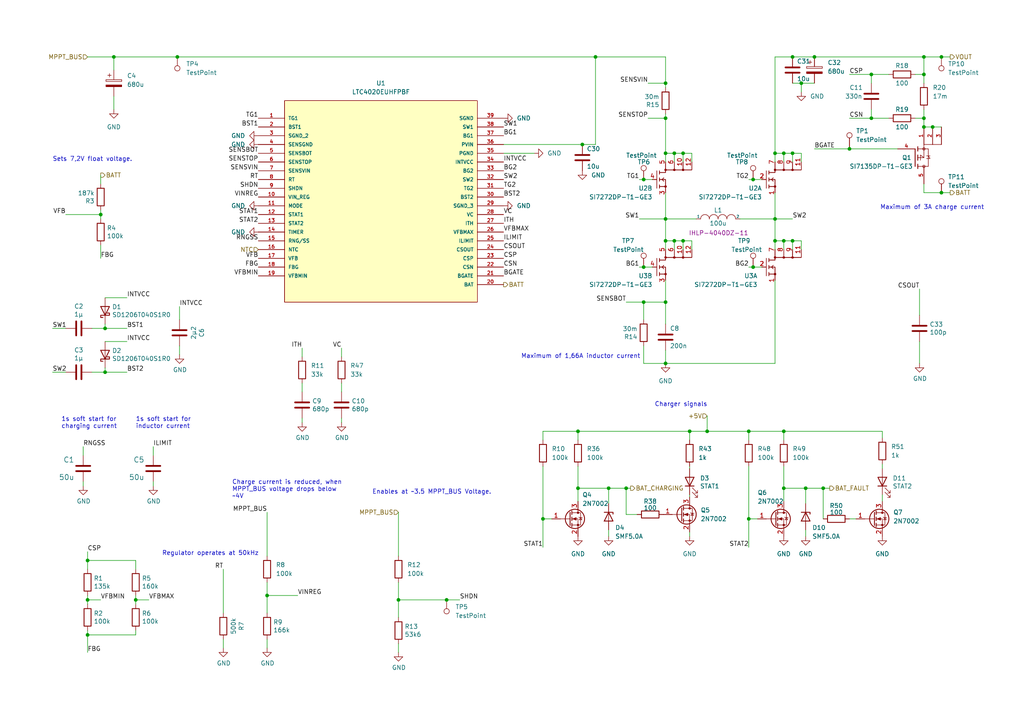
<source format=kicad_sch>
(kicad_sch (version 20211123) (generator eeschema)
  (paper "A4")
  (lib_symbols
    (symbol "Connector:TestPoint" (pin_numbers hide) (pin_names (offset 0.762) hide)
      (property "Reference" "TP" (at 0 6.858 0))
      (property "Value" "TestPoint" (at 0 5.08 0))
      (symbol "TestPoint_1_1"
        (pin passive line (at 0 0 90) (length 2.54) (name "1") (number "1"))
      )
    )
    (symbol "Device:C" (pin_numbers hide) (pin_names (offset 0.254))
      (property "Reference" "C" (at 0.635 2.54 0))
      (property "Value" "C" (at 0.635 -2.54 0))
      (symbol "C_1_1"
        (pin passive line (at 0 3.81 270) (length 2.794) (name "~") (number "1"))
        (pin passive line (at 0 -3.81 90) (length 2.794) (name "~") (number "2"))
      )
    )
    (symbol "Device:C_Polarized" (pin_numbers hide) (pin_names (offset 0.254))
      (property "Reference" "C" (at 0.635 2.54 0))
      (property "Value" "C_Polarized" (at 0.635 -2.54 0))
      (symbol "C_Polarized_1_1"
        (pin passive line (at 0 3.81 270) (length 2.794) (name "~") (number "1"))
        (pin passive line (at 0 -3.81 90) (length 2.794) (name "~") (number "2"))
      )
    )
    (symbol "Device:D_Schottky" (pin_numbers hide) (pin_names (offset 1.016) hide)
      (property "Reference" "D" (at 0 2.54 0))
      (property "Value" "D_Schottky" (at 0 -2.54 0))
      (symbol "D_Schottky_1_1"
        (pin passive line (at -3.81 0 0) (length 2.54) (name "K") (number "1"))
        (pin passive line (at 3.81 0 180) (length 2.54) (name "A") (number "2"))
      )
    )
    (symbol "Device:D_Zener" (pin_numbers hide) (pin_names (offset 1.016) hide)
      (property "Reference" "D" (at 0 2.54 0))
      (property "Value" "D_Zener" (at 0 -2.54 0))
      (symbol "D_Zener_1_1"
        (pin passive line (at -3.81 0 0) (length 2.54) (name "K") (number "1"))
        (pin passive line (at 3.81 0 180) (length 2.54) (name "A") (number "2"))
      )
    )
    (symbol "Device:LED" (pin_numbers hide) (pin_names (offset 1.016) hide)
      (property "Reference" "D" (at 0 2.54 0))
      (property "Value" "LED" (at 0 -2.54 0))
      (symbol "LED_1_1"
        (pin passive line (at -3.81 0 0) (length 2.54) (name "K") (number "1"))
        (pin passive line (at 3.81 0 180) (length 2.54) (name "A") (number "2"))
      )
    )
    (symbol "Device:R" (pin_numbers hide) (pin_names (offset 0))
      (property "Reference" "R" (at 2.032 0 90))
      (property "Value" "R" (at 0 0 90))
      (symbol "R_1_1"
        (pin passive line (at 0 3.81 270) (length 1.27) (name "~") (number "1"))
        (pin passive line (at 0 -3.81 90) (length 1.27) (name "~") (number "2"))
      )
    )
    (symbol "STS_Battery_Management:LTC4020EUHFPBF" (pin_names (offset 1.016))
      (property "Reference" "U" (at 30.8356 9.1186 0))
      (property "Value" "LTC4020EUHFPBF" (at 30.2006 6.5786 0))
      (symbol "LTC4020EUHFPBF_0_0"
        (pin output line (at 0 0 0) (length 7.62) (name "TG1") (number "1"))
        (pin input line (at 0 -22.86 0) (length 7.62) (name "VIN_REG") (number "10"))
        (pin passive line (at 0 -25.4 0) (length 7.62) (name "MODE") (number "11"))
        (pin output line (at 0 -27.94 0) (length 7.62) (name "STAT1") (number "12"))
        (pin output line (at 0 -30.48 0) (length 7.62) (name "STAT2") (number "13"))
        (pin passive line (at 0 -33.02 0) (length 7.62) (name "TIMER") (number "14"))
        (pin passive line (at 0 -35.56 0) (length 7.62) (name "RNG/SS") (number "15"))
        (pin passive line (at 0 -38.1 0) (length 7.62) (name "NTC") (number "16"))
        (pin passive line (at 0 -40.64 0) (length 7.62) (name "VFB") (number "17"))
        (pin passive line (at 0 -43.18 0) (length 7.62) (name "FBG") (number "18"))
        (pin output line (at 0 -45.72 0) (length 7.62) (name "VFBMIN") (number "19"))
        (pin passive line (at 0 -2.54 0) (length 7.62) (name "BST1") (number "2"))
        (pin passive line (at 71.12 -48.26 180) (length 7.62) (name "BAT") (number "20"))
        (pin output line (at 71.12 -45.72 180) (length 7.62) (name "BGATE") (number "21"))
        (pin input line (at 71.12 -43.18 180) (length 7.62) (name "CSN") (number "22"))
        (pin input line (at 71.12 -40.64 180) (length 7.62) (name "CSP") (number "23"))
        (pin output line (at 71.12 -38.1 180) (length 7.62) (name "CSOUT") (number "24"))
        (pin passive line (at 71.12 -35.56 180) (length 7.62) (name "ILIMIT") (number "25"))
        (pin output line (at 71.12 -33.02 180) (length 7.62) (name "VFBMAX") (number "26"))
        (pin passive line (at 71.12 -30.48 180) (length 7.62) (name "ITH") (number "27"))
        (pin passive line (at 71.12 -27.94 180) (length 7.62) (name "VC") (number "28"))
        (pin passive line (at 71.12 -25.4 180) (length 7.62) (name "SGND_3") (number "29"))
        (pin passive line (at 0 -5.08 0) (length 7.62) (name "SGND_2") (number "3"))
        (pin passive line (at 71.12 -22.86 180) (length 7.62) (name "BST2") (number "30"))
        (pin output line (at 71.12 -20.32 180) (length 7.62) (name "TG2") (number "31"))
        (pin passive line (at 71.12 -17.78 180) (length 7.62) (name "SW2") (number "32"))
        (pin output line (at 71.12 -15.24 180) (length 7.62) (name "BG2") (number "33"))
        (pin passive line (at 71.12 -12.7 180) (length 7.62) (name "INTVCC") (number "34"))
        (pin passive line (at 71.12 -10.16 180) (length 7.62) (name "PGND") (number "35"))
        (pin input line (at 71.12 -7.62 180) (length 7.62) (name "PVIN") (number "36"))
        (pin output line (at 71.12 -5.08 180) (length 7.62) (name "BG1") (number "37"))
        (pin passive line (at 71.12 -2.54 180) (length 7.62) (name "SW1") (number "38"))
        (pin passive line (at 71.12 0 180) (length 7.62) (name "SGND") (number "39"))
        (pin passive line (at 0 -7.62 0) (length 7.62) (name "SENSGND") (number "4"))
        (pin input line (at 0 -10.16 0) (length 7.62) (name "SENSBOT") (number "5"))
        (pin input line (at 0 -12.7 0) (length 7.62) (name "SENSTOP") (number "6"))
        (pin input line (at 0 -15.24 0) (length 7.62) (name "SENSVIN") (number "7"))
        (pin passive line (at 0 -17.78 0) (length 7.62) (name "RT") (number "8"))
        (pin input line (at 0 -20.32 0) (length 7.62) (name "SHDN") (number "9"))
      )
    )
    (symbol "STS_Transistor_FET:SI7135DP-T1-GE3" (pin_names (offset 1.016) hide)
      (property "Reference" "Q" (at -8.89 3.81 0))
      (property "Value" "SI7135DP-T1-GE3" (at -20.32 -1.27 0))
      (symbol "SI7135DP-T1-GE3_0_0"
        (pin passive line (at 2.54 8.89 270) (length 5.08) (name "~") (number "1"))
        (pin passive line (at 5.08 8.89 270) (length 5.08) (name "~") (number "2"))
        (pin passive line (at 7.62 8.89 270) (length 5.08) (name "~") (number "3"))
        (pin passive line (at -5.08 2.54 0) (length 5.08) (name "~") (number "4"))
        (pin passive line (at 2.54 -7.62 90) (length 5.08) (name "~") (number "5"))
      )
    )
    (symbol "STS_Transistor_FET:SI7272DP-T1-GE3" (pin_names hide)
      (property "Reference" "Q" (at -3.556 3.81 0))
      (property "Value" "SI7272DP-T1-GE3" (at 5.842 -3.048 0))
      (symbol "SI7272DP-T1-GE3_1_0"
        (pin passive line (at 3.81 -3.81 270) (length 0) (name "S1") (number "1"))
        (pin passive line (at 11.43 5.08 90) (length 0) (name "D1_4") (number "11"))
        (pin passive line (at 0 0 180) (length 0) (name "G1") (number "2"))
        (pin passive line (at 0 0 180) (length 0) (name "G1") (number "2"))
        (pin passive line (at 3.81 5.08 90) (length 0) (name "D1_1") (number "7"))
        (pin passive line (at 6.35 5.08 90) (length 0) (name "D1_2") (number "8"))
        (pin passive line (at 8.89 5.08 90) (length 0) (name "D1_3") (number "9"))
      )
      (symbol "SI7272DP-T1-GE3_2_0"
        (pin passive line (at 8.89 5.08 90) (length 0) (name "D2_3") (number "10"))
        (pin passive line (at 11.43 5.08 90) (length 0) (name "D2_4") (number "12"))
        (pin passive line (at 3.81 -3.81 270) (length 0) (name "S2") (number "3"))
        (pin passive line (at 0 0 180) (length 0) (name "G2") (number "4"))
        (pin passive line (at 3.81 5.08 90) (length 0) (name "D2_1") (number "5"))
        (pin passive line (at 6.35 5.08 90) (length 0) (name "D2_2") (number "6"))
      )
    )
    (symbol "Transistor_FET:2N7002" (pin_names hide)
      (property "Reference" "Q" (at 5.08 1.905 0))
      (property "Value" "2N7002" (at 5.08 0 0))
      (symbol "2N7002_1_1"
        (pin input line (at -5.08 0 0) (length 2.54) (name "G") (number "1"))
        (pin passive line (at 2.54 -5.08 90) (length 2.54) (name "S") (number "2"))
        (pin passive line (at 2.54 5.08 270) (length 2.54) (name "D") (number "3"))
      )
    )
    (symbol "power:GND" (power) (pin_names (offset 0))
      (property "Value" "GND" (at 0 -3.81 0))
      (symbol "GND_1_1"
        (pin power_in line (at 0 0 270) (length 0) hide (name "GND") (number "1"))
      )
    )
    (symbol "pspice:INDUCTOR" (pin_numbers hide) (pin_names (offset 0))
      (property "Reference" "L" (at 0 2.54 0))
      (property "Value" "INDUCTOR" (at 0 -1.27 0))
      (symbol "INDUCTOR_1_1"
        (pin input line (at -6.35 0 0) (length 1.27) (name "1") (number "1"))
        (pin input line (at 6.35 0 180) (length 1.27) (name "2") (number "2"))
      )
    )
  )
  (junction (at 267.97 21.59))
  (junction (at 25.4 173.99))
  (junction (at 30.48 107.95))
  (junction (at 29.21 62.23))
  (junction (at 193.04 24.13))
  (junction (at 227.33 69.85))
  (junction (at 193.04 34.29))
  (junction (at 198.12 44.45))
  (junction (at 252.73 34.29))
  (junction (at 227.33 44.45))
  (junction (at 229.87 44.45))
  (junction (at 217.17 150.495))
  (junction (at 186.69 52.07))
  (junction (at 25.4 184.15))
  (junction (at 193.04 44.45))
  (junction (at 181.61 141.605))
  (junction (at 195.58 44.45))
  (junction (at 30.48 95.25))
  (junction (at 218.44 77.47))
  (junction (at 205.105 125.095))
  (junction (at 267.97 36.83))
  (junction (at 238.76 141.605))
  (junction (at 193.04 105.41))
  (junction (at 227.33 141.605))
  (junction (at 157.48 150.495))
  (junction (at 252.73 21.59))
  (junction (at 77.47 172.72))
  (junction (at 229.87 16.51))
  (junction (at 224.79 44.45))
  (junction (at 273.05 16.51))
  (junction (at 236.22 16.51))
  (junction (at 167.64 141.605))
  (junction (at 39.37 173.99))
  (junction (at 267.97 16.51))
  (junction (at 233.68 141.605))
  (junction (at 227.33 125.095))
  (junction (at 51.435 16.51))
  (junction (at 33.02 16.51))
  (junction (at 176.53 141.605))
  (junction (at 232.41 24.13))
  (junction (at 246.38 43.18))
  (junction (at 115.57 173.99))
  (junction (at 172.72 16.51))
  (junction (at 270.51 36.83))
  (junction (at 267.97 34.29))
  (junction (at 129.54 173.99))
  (junction (at 167.64 125.095))
  (junction (at 224.79 63.5))
  (junction (at 200.025 125.095))
  (junction (at 25.4 162.56))
  (junction (at 229.87 69.85))
  (junction (at 186.69 87.63))
  (junction (at 193.04 87.63))
  (junction (at 218.44 52.07))
  (junction (at 193.04 69.85))
  (junction (at 198.12 69.85))
  (junction (at 193.04 63.5))
  (junction (at 224.79 69.85))
  (junction (at 168.91 41.91))
  (junction (at 186.69 77.47))
  (junction (at 273.05 55.88))
  (junction (at 217.17 125.095))
  (junction (at 195.58 69.85))
  (wire (pts (xy 115.57 148.59) (xy 115.57 161.29)))
  (wire (pts (xy 25.4 184.15) (xy 39.37 184.15)))
  (wire (pts (xy 25.4 173.99) (xy 25.4 175.26)))
  (wire (pts (xy 227.33 125.095) (xy 255.905 125.095)))
  (wire (pts (xy 30.48 95.25) (xy 26.67 95.25)))
  (wire (pts (xy 77.47 168.91) (xy 77.47 172.72)))
  (wire (pts (xy 43.18 173.99) (xy 39.37 173.99)))
  (wire (pts (xy 187.96 24.13) (xy 193.04 24.13)))
  (wire (pts (xy 198.12 69.85) (xy 200.66 69.85)))
  (wire (pts (xy 44.45 139.7) (xy 44.45 140.97)))
  (wire (pts (xy 233.68 153.67) (xy 233.68 155.575)))
  (wire (pts (xy 273.05 16.51) (xy 267.97 16.51)))
  (wire (pts (xy 270.51 36.83) (xy 273.05 36.83)))
  (wire (pts (xy 227.33 141.605) (xy 233.68 141.605)))
  (wire (pts (xy 129.54 173.99) (xy 133.35 173.99)))
  (wire (pts (xy 181.61 149.225) (xy 184.785 149.225)))
  (wire (pts (xy 99.06 100.965) (xy 99.06 103.505)))
  (wire (pts (xy 267.97 31.75) (xy 267.97 34.29)))
  (wire (pts (xy 30.48 93.98) (xy 30.48 95.25)))
  (wire (pts (xy 229.87 24.13) (xy 232.41 24.13)))
  (wire (pts (xy 200.025 143.51) (xy 200.025 144.145)))
  (wire (pts (xy 229.87 44.45) (xy 229.87 46.99)))
  (wire (pts (xy 267.97 36.83) (xy 270.51 36.83)))
  (wire (pts (xy 218.44 77.47) (xy 220.98 77.47)))
  (wire (pts (xy 265.43 34.29) (xy 267.97 34.29)))
  (wire (pts (xy 200.66 69.85) (xy 200.66 72.39)))
  (wire (pts (xy 193.04 81.28) (xy 193.04 87.63)))
  (wire (pts (xy 157.48 150.495) (xy 157.48 158.75)))
  (wire (pts (xy 246.38 150.495) (xy 248.285 150.495)))
  (wire (pts (xy 185.42 63.5) (xy 193.04 63.5)))
  (wire (pts (xy 200.66 44.45) (xy 200.66 46.99)))
  (wire (pts (xy 217.17 135.255) (xy 217.17 150.495)))
  (wire (pts (xy 229.87 16.51) (xy 224.79 16.51)))
  (wire (pts (xy 198.12 69.85) (xy 198.12 72.39)))
  (wire (pts (xy 227.33 69.85) (xy 229.87 69.85)))
  (wire (pts (xy 224.79 63.5) (xy 224.79 69.85)))
  (wire (pts (xy 227.33 69.85) (xy 224.79 69.85)))
  (wire (pts (xy 224.79 81.28) (xy 224.79 105.41)))
  (wire (pts (xy 193.04 16.51) (xy 193.04 24.13)))
  (wire (pts (xy 205.105 125.095) (xy 217.17 125.095)))
  (wire (pts (xy 252.73 34.29) (xy 246.38 34.29)))
  (wire (pts (xy 181.61 141.605) (xy 181.61 149.225)))
  (wire (pts (xy 193.04 55.88) (xy 193.04 63.5)))
  (wire (pts (xy 267.97 55.88) (xy 273.05 55.88)))
  (wire (pts (xy 218.44 52.07) (xy 220.98 52.07)))
  (wire (pts (xy 181.61 87.63) (xy 186.69 87.63)))
  (wire (pts (xy 30.48 86.36) (xy 36.83 86.36)))
  (wire (pts (xy 267.97 16.51) (xy 236.22 16.51)))
  (wire (pts (xy 64.77 165.1) (xy 64.77 177.8)))
  (wire (pts (xy 224.79 16.51) (xy 224.79 44.45)))
  (wire (pts (xy 15.24 107.95) (xy 19.05 107.95)))
  (wire (pts (xy 186.69 100.33) (xy 186.69 105.41)))
  (wire (pts (xy 193.04 105.41) (xy 186.69 105.41)))
  (wire (pts (xy 224.79 63.5) (xy 229.87 63.5)))
  (wire (pts (xy 146.05 44.45) (xy 154.94 44.45)))
  (wire (pts (xy 186.69 52.07) (xy 189.23 52.07)))
  (wire (pts (xy 39.37 162.56) (xy 39.37 165.1)))
  (wire (pts (xy 224.79 63.5) (xy 224.79 55.88)))
  (wire (pts (xy 198.12 44.45) (xy 198.12 46.99)))
  (wire (pts (xy 115.57 186.69) (xy 115.57 189.23)))
  (wire (pts (xy 229.87 69.85) (xy 232.41 69.85)))
  (wire (pts (xy 15.24 95.25) (xy 19.05 95.25)))
  (wire (pts (xy 33.02 16.51) (xy 51.435 16.51)))
  (wire (pts (xy 25.4 160.02) (xy 25.4 162.56)))
  (wire (pts (xy 201.93 63.5) (xy 193.04 63.5)))
  (wire (pts (xy 195.58 44.45) (xy 198.12 44.45)))
  (wire (pts (xy 238.76 141.605) (xy 238.76 150.495)))
  (wire (pts (xy 25.4 162.56) (xy 39.37 162.56)))
  (wire (pts (xy 227.33 44.45) (xy 224.79 44.45)))
  (wire (pts (xy 77.47 172.72) (xy 86.36 172.72)))
  (wire (pts (xy 157.48 125.095) (xy 167.64 125.095)))
  (wire (pts (xy 246.38 43.18) (xy 236.22 43.18)))
  (wire (pts (xy 232.41 69.85) (xy 232.41 72.39)))
  (wire (pts (xy 185.42 77.47) (xy 186.69 77.47)))
  (wire (pts (xy 273.05 55.88) (xy 275.59 55.88)))
  (wire (pts (xy 193.04 105.41) (xy 224.79 105.41)))
  (wire (pts (xy 246.38 42.545) (xy 246.38 43.18)))
  (wire (pts (xy 167.64 141.605) (xy 176.53 141.605)))
  (wire (pts (xy 52.07 100.33) (xy 52.07 102.87)))
  (wire (pts (xy 176.53 141.605) (xy 176.53 146.05)))
  (wire (pts (xy 232.41 46.99) (xy 232.41 44.45)))
  (wire (pts (xy 266.7 83.82) (xy 266.7 91.44)))
  (wire (pts (xy 176.53 153.67) (xy 176.53 155.575)))
  (wire (pts (xy 115.57 173.99) (xy 129.54 173.99)))
  (wire (pts (xy 29.21 71.12) (xy 29.21 74.93)))
  (wire (pts (xy 64.77 185.42) (xy 64.77 187.96)))
  (wire (pts (xy 167.64 125.095) (xy 200.025 125.095)))
  (wire (pts (xy 233.68 141.605) (xy 233.68 146.05)))
  (wire (pts (xy 266.7 99.06) (xy 266.7 105.41)))
  (wire (pts (xy 39.37 172.72) (xy 39.37 173.99)))
  (wire (pts (xy 257.81 34.29) (xy 252.73 34.29)))
  (wire (pts (xy 229.87 44.45) (xy 232.41 44.45)))
  (wire (pts (xy 193.04 33.02) (xy 193.04 34.29)))
  (wire (pts (xy 33.02 27.94) (xy 33.02 31.75)))
  (wire (pts (xy 217.17 150.495) (xy 219.71 150.495)))
  (wire (pts (xy 193.04 24.13) (xy 193.04 25.4)))
  (wire (pts (xy 252.73 21.59) (xy 246.38 21.59)))
  (wire (pts (xy 157.48 150.495) (xy 160.02 150.495)))
  (wire (pts (xy 30.48 107.95) (xy 26.67 107.95)))
  (wire (pts (xy 193.04 34.29) (xy 193.04 44.45)))
  (wire (pts (xy 200.025 125.095) (xy 205.105 125.095)))
  (wire (pts (xy 33.02 16.51) (xy 33.02 20.32)))
  (wire (pts (xy 77.47 172.72) (xy 77.47 177.8)))
  (wire (pts (xy 30.48 99.06) (xy 36.83 99.06)))
  (wire (pts (xy 24.13 139.7) (xy 24.13 140.97)))
  (wire (pts (xy 224.79 69.85) (xy 224.79 72.39)))
  (wire (pts (xy 181.61 141.605) (xy 182.88 141.605)))
  (wire (pts (xy 255.905 143.51) (xy 255.905 145.415)))
  (wire (pts (xy 30.48 106.68) (xy 30.48 107.95)))
  (wire (pts (xy 233.68 141.605) (xy 238.76 141.605)))
  (wire (pts (xy 227.33 46.99) (xy 227.33 44.45)))
  (wire (pts (xy 193.04 44.45) (xy 195.58 44.45)))
  (wire (pts (xy 252.73 31.75) (xy 252.73 34.29)))
  (wire (pts (xy 25.4 162.56) (xy 25.4 165.1)))
  (wire (pts (xy 186.69 87.63) (xy 193.04 87.63)))
  (wire (pts (xy 87.63 121.285) (xy 87.63 122.555)))
  (wire (pts (xy 172.72 41.91) (xy 172.72 16.51)))
  (wire (pts (xy 193.04 63.5) (xy 193.04 69.85)))
  (wire (pts (xy 25.4 16.51) (xy 33.02 16.51)))
  (wire (pts (xy 176.53 141.605) (xy 181.61 141.605)))
  (wire (pts (xy 25.4 189.23) (xy 25.4 184.15)))
  (wire (pts (xy 36.83 107.95) (xy 30.48 107.95)))
  (wire (pts (xy 238.76 141.605) (xy 240.665 141.605)))
  (wire (pts (xy 193.04 34.29) (xy 187.96 34.29)))
  (wire (pts (xy 39.37 184.15) (xy 39.37 182.88)))
  (wire (pts (xy 24.13 129.54) (xy 24.13 132.08)))
  (wire (pts (xy 87.63 111.125) (xy 87.63 113.665)))
  (wire (pts (xy 195.58 44.45) (xy 195.58 46.99)))
  (wire (pts (xy 217.17 77.47) (xy 218.44 77.47)))
  (wire (pts (xy 185.42 52.07) (xy 186.69 52.07)))
  (wire (pts (xy 157.48 125.095) (xy 157.48 127.635)))
  (wire (pts (xy 193.04 69.85) (xy 193.04 72.39)))
  (wire (pts (xy 39.37 173.99) (xy 39.37 175.26)))
  (wire (pts (xy 198.12 44.45) (xy 200.66 44.45)))
  (wire (pts (xy 200.025 155.575) (xy 200.025 154.305)))
  (wire (pts (xy 255.905 125.095) (xy 255.905 127)))
  (wire (pts (xy 227.33 72.39) (xy 227.33 69.85)))
  (wire (pts (xy 236.22 16.51) (xy 229.87 16.51)))
  (wire (pts (xy 29.21 173.99) (xy 25.4 173.99)))
  (wire (pts (xy 255.905 134.62) (xy 255.905 135.89)))
  (wire (pts (xy 200.025 135.255) (xy 200.025 135.89)))
  (wire (pts (xy 195.58 69.85) (xy 198.12 69.85)))
  (wire (pts (xy 77.47 185.42) (xy 77.47 187.96)))
  (wire (pts (xy 265.43 21.59) (xy 267.97 21.59)))
  (wire (pts (xy 195.58 72.39) (xy 195.58 69.85)))
  (wire (pts (xy 193.04 101.6) (xy 193.04 105.41)))
  (wire (pts (xy 25.4 172.72) (xy 25.4 173.99)))
  (wire (pts (xy 227.33 141.605) (xy 227.33 145.415)))
  (wire (pts (xy 167.64 141.605) (xy 167.64 145.415)))
  (wire (pts (xy 200.025 125.095) (xy 200.025 127.635)))
  (wire (pts (xy 217.17 52.07) (xy 218.44 52.07)))
  (wire (pts (xy 257.81 21.59) (xy 252.73 21.59)))
  (wire (pts (xy 193.04 44.45) (xy 193.04 46.99)))
  (wire (pts (xy 252.73 24.13) (xy 252.73 21.59)))
  (wire (pts (xy 99.06 121.285) (xy 99.06 122.555)))
  (wire (pts (xy 36.83 95.25) (xy 30.48 95.25)))
  (wire (pts (xy 217.17 150.495) (xy 217.17 158.75)))
  (wire (pts (xy 267.97 34.29) (xy 267.97 36.83)))
  (wire (pts (xy 246.38 43.18) (xy 260.35 43.18)))
  (wire (pts (xy 205.105 120.65) (xy 205.105 125.095)))
  (wire (pts (xy 267.97 16.51) (xy 267.97 21.59)))
  (wire (pts (xy 87.63 100.965) (xy 87.63 103.505)))
  (wire (pts (xy 224.79 44.45) (xy 224.79 46.99)))
  (wire (pts (xy 115.57 173.99) (xy 115.57 179.07)))
  (wire (pts (xy 229.87 69.85) (xy 229.87 72.39)))
  (wire (pts (xy 146.05 41.91) (xy 168.91 41.91)))
  (wire (pts (xy 217.17 125.095) (xy 227.33 125.095)))
  (wire (pts (xy 77.47 148.59) (xy 77.47 161.29)))
  (wire (pts (xy 227.33 44.45) (xy 229.87 44.45)))
  (wire (pts (xy 19.05 62.23) (xy 29.21 62.23)))
  (wire (pts (xy 172.72 16.51) (xy 193.04 16.51)))
  (wire (pts (xy 167.64 135.255) (xy 167.64 141.605)))
  (wire (pts (xy 52.07 92.71) (xy 52.07 88.9)))
  (wire (pts (xy 227.33 125.095) (xy 227.33 127.635)))
  (wire (pts (xy 29.21 63.5) (xy 29.21 62.23)))
  (wire (pts (xy 51.435 16.51) (xy 172.72 16.51)))
  (wire (pts (xy 195.58 69.85) (xy 193.04 69.85)))
  (wire (pts (xy 44.45 129.54) (xy 44.45 132.08)))
  (wire (pts (xy 227.33 135.255) (xy 227.33 141.605)))
  (wire (pts (xy 267.97 21.59) (xy 267.97 24.13)))
  (wire (pts (xy 275.59 16.51) (xy 273.05 16.51)))
  (wire (pts (xy 99.06 111.125) (xy 99.06 113.665)))
  (wire (pts (xy 115.57 168.91) (xy 115.57 173.99)))
  (wire (pts (xy 214.63 63.5) (xy 224.79 63.5)))
  (wire (pts (xy 29.21 60.96) (xy 29.21 62.23)))
  (wire (pts (xy 168.91 41.91) (xy 172.72 41.91)))
  (wire (pts (xy 186.69 87.63) (xy 186.69 92.71)))
  (wire (pts (xy 217.17 125.095) (xy 217.17 127.635)))
  (wire (pts (xy 267.97 53.34) (xy 267.97 55.88)))
  (wire (pts (xy 193.04 87.63) (xy 193.04 93.98)))
  (wire (pts (xy 25.4 184.15) (xy 25.4 182.88)))
  (wire (pts (xy 232.41 24.13) (xy 232.41 26.67)))
  (wire (pts (xy 29.21 50.8) (xy 29.21 53.34)))
  (wire (pts (xy 157.48 135.255) (xy 157.48 150.495)))
  (wire (pts (xy 186.69 77.47) (xy 189.23 77.47)))
  (wire (pts (xy 232.41 24.13) (xy 236.22 24.13)))
  (wire (pts (xy 167.64 125.095) (xy 167.64 127.635)))
  (text "Charger signals" (at 189.865 118.11 0) (effects (font (size 1.27 1.27)) (justify left bottom)))
  (text "Regulator operates at 50kHz" (at 46.99 161.29 0) (effects (font (size 1.27 1.27)) (justify left bottom)))
  (text "Sets 7,2V float voltage." (at 15.24 46.99 0) (effects (font (size 1.27 1.27)) (justify left bottom)))
  (text "Charge current is reduced, when \nMPPT_BUS voltage drops below\n~4V" (at 67.31 144.78 0) (effects (font (size 1.27 1.27)) (justify left bottom)))
  (text "Maximum of 1,66A inductor current" (at 151.13 104.14 0) (effects (font (size 1.27 1.27)) (justify left bottom)))
  (text "Enables at ~3.5 MPPT_BUS Voltage." (at 107.95 143.51 0) (effects (font (size 1.27 1.27)) (justify left bottom)))
  (text "1s soft start for \ninductor current" (at 39.37 124.46 0) (effects (font (size 1.27 1.27)) (justify left bottom)))
  (text "1s soft start for \ncharging current" (at 17.78 124.46 0) (effects (font (size 1.27 1.27)) (justify left bottom)))
  (text "Maximum of 3A charge current" (at 255.27 60.96 0) (effects (font (size 1.27 1.27)) (justify left bottom)))
  (label "STAT1" (at 157.48 158.75 180))
  (label "SENSTOP" (at 74.93 46.99 180))
  (label "SHDN" (at 74.93 54.61 180))
  (label "VFBMIN" (at 29.21 173.99 0))
  (label "CSP" (at 246.38 21.59 0))
  (label "BST1" (at 74.93 36.83 180))
  (label "CSN" (at 246.38 34.29 0))
  (label "SW1" (at 146.05 36.83 0))
  (label "FBG" (at 74.93 77.47 180))
  (label "INTVCC" (at 146.05 46.99 0))
  (label "SW1" (at 15.24 95.25 0))
  (label "BG1" (at 146.05 39.37 0))
  (label "VC" (at 99.06 100.965 180))
  (label "BST2" (at 36.83 107.95 0))
  (label "RT" (at 64.77 165.1 180))
  (label "SENSTOP" (at 187.96 34.29 180))
  (label "SHDN" (at 133.35 173.99 0))
  (label "BGATE" (at 236.22 43.18 0))
  (label "RNGSS" (at 74.93 69.85 180))
  (label "SW2" (at 146.05 52.07 0))
  (label "FBG" (at 25.4 189.23 0))
  (label "TG2" (at 217.17 52.07 180))
  (label "INTVCC" (at 36.83 86.36 0))
  (label "SENSBOT" (at 181.61 87.63 180))
  (label "STAT1" (at 74.93 62.23 180))
  (label "VINREG" (at 86.36 172.72 0))
  (label "SW2" (at 229.87 63.5 0))
  (label "ITH" (at 146.05 64.77 0))
  (label "SENSVIN" (at 74.93 49.53 180))
  (label "VFB" (at 74.93 74.93 180))
  (label "ILIMIT" (at 44.45 129.54 0))
  (label "VFB" (at 19.05 62.23 180))
  (label "STAT2" (at 217.17 158.75 180))
  (label "SW2" (at 15.24 107.95 0))
  (label "RT" (at 74.93 52.07 180))
  (label "VFBMAX" (at 43.18 173.99 0))
  (label "BG1" (at 185.42 77.47 180))
  (label "INTVCC" (at 52.07 88.9 0))
  (label "FBG" (at 29.21 74.93 0))
  (label "VC" (at 146.05 62.23 0))
  (label "TG1" (at 185.42 52.07 180))
  (label "VINREG" (at 74.93 57.15 180))
  (label "CSOUT" (at 146.05 72.39 0))
  (label "TG2" (at 146.05 54.61 0))
  (label "TG1" (at 74.93 34.29 180))
  (label "BG2" (at 146.05 49.53 0))
  (label "SW1" (at 185.42 63.5 180))
  (label "SENSVIN" (at 187.96 24.13 180))
  (label "INTVCC" (at 36.83 99.06 0))
  (label "SENSBOT" (at 74.93 44.45 180))
  (label "CSP" (at 146.05 74.93 0))
  (label "ILIMIT" (at 146.05 69.85 0))
  (label "BST1" (at 36.83 95.25 0))
  (label "MPPT_BUS" (at 77.47 148.59 180))
  (label "STAT2" (at 74.93 64.77 180))
  (label "RNGSS" (at 24.13 129.54 0))
  (label "ITH" (at 87.63 100.965 180))
  (label "BGATE" (at 146.05 80.01 0))
  (label "CSOUT" (at 266.7 83.82 180))
  (label "BG2" (at 217.17 77.47 180))
  (label "BST2" (at 146.05 57.15 0))
  (label "CSN" (at 146.05 77.47 0))
  (label "CSP" (at 25.4 160.02 0))
  (label "VFBMIN" (at 74.93 80.01 180))
  (label "VFBMAX" (at 146.05 67.31 0))
  (hierarchical_label "MPPT_BUS" (shape input) (at 115.57 148.59 180))
  (hierarchical_label "VOUT" (shape output) (at 275.59 16.51 0))
  (hierarchical_label "BATT" (shape output) (at 146.05 82.55 0))
  (hierarchical_label "BAT_FAULT" (shape output) (at 240.665 141.605 0))
  (hierarchical_label "MPPT_BUS" (shape input) (at 25.4 16.51 180))
  (hierarchical_label "+5V" (shape input) (at 205.105 120.65 180))
  (hierarchical_label "NTC" (shape input) (at 74.93 72.39 180))
  (hierarchical_label "BATT" (shape output) (at 29.21 50.8 0))
  (hierarchical_label "BAT_CHARGING" (shape output) (at 182.88 141.605 0))
  (hierarchical_label "BATT" (shape output) (at 275.59 55.88 0))
  (symbol (lib_id "power:GND") (at 146.05 34.29 90) (unit 1)
    (property "Reference" "#PWR013" (effects hide))
    (property "Value" "GND" (at 149.86 34.2899 90) (effects (justify right)))
  )
  (symbol (lib_id "Device:C") (at 87.63 117.475 0) (unit 1)
    (property "Reference" "C9" (at 90.551 116.3066 0) (effects (justify left)))
    (property "Value" "680p" (at 90.551 118.618 0) (effects (justify left)))
    (property "Footprint" "Capacitor_SMD:C_0805_2012Metric" (effects hide))
  )
  (symbol (lib_id "power:GND") (at 176.53 155.575 0) (unit 1)
    (property "Reference" "#PWR036" (effects hide))
    (property "Value" "GND" (at 176.53 160.655 0))
  )
  (symbol (lib_id "power:GND") (at 99.06 122.555 0) (unit 1)
    (property "Reference" "#PWR018" (effects hide))
    (property "Value" "GND" (at 99.187 126.9492 0))
  )
  (symbol (lib_id "Device:R") (at 115.57 165.1 0) (unit 1)
    (property "Reference" "R12" (at 118.11 163.8299 0) (effects (justify left)))
    (property "Value" "100k" (at 118.11 166.3699 0) (effects (justify left)))
    (property "Footprint" "Resistor_SMD:R_0805_2012Metric" (effects hide))
  )
  (symbol (lib_id "power:GND") (at 115.57 189.23 0) (unit 1)
    (property "Reference" "#PWR012" (effects hide))
    (property "Value" "GND" (at 115.697 193.6242 0))
  )
  (symbol (lib_id "Device:R") (at 186.69 96.52 0) (unit 1)
    (property "Reference" "R14" (at 184.912 97.6884 0) (effects (justify right)))
    (property "Value" "30m" (at 184.912 95.377 0) (effects (justify right)))
    (property "Footprint" "Resistor_SMD:R_0805_2012Metric" (effects hide))
  )
  (symbol (lib_id "STS_Transistor_FET:SI7272DP-T1-GE3") (at 189.23 52.07 0) (unit 2)
    (property "Reference" "U2" (at 189.23 54.61 0) (effects (justify right)))
    (property "Value" "SI7272DP-T1-GE3" (at 189.23 57.15 0) (effects (justify right)))
    (property "Footprint" "STS_Package_SO:POWERPAK_SO8" (effects hide))
    (property "Datasheet" "https://componentsearchengine.com/Datasheets/1/SI7272DP-T1-GE3.pdf" (effects hide))
    (property "Manufacturer_Name" "Vishay" (effects hide))
  )
  (symbol (lib_id "power:GND") (at 168.91 49.53 0) (unit 1)
    (property "Reference" "#PWR091" (effects hide))
    (property "Value" "GND" (at 171.45 50.7999 0) (effects (justify left)))
  )
  (symbol (lib_id "Device:D_Zener") (at 176.53 149.86 270) (unit 1)
    (property "Reference" "D4" (at 178.435 153.035 90) (effects (justify left)))
    (property "Value" "SMF5.0A" (at 178.435 155.575 90) (effects (justify left)))
    (property "Footprint" "Diode_SMD:D_SMF" (effects hide))
  )
  (symbol (lib_id "power:GND") (at 200.025 155.575 0) (unit 1)
    (property "Reference" "#PWR0106" (effects hide))
    (property "Value" "GND" (at 200.025 160.655 0))
  )
  (symbol (lib_id "pspice:INDUCTOR") (at 208.28 63.5 0) (unit 1)
    (property "Reference" "L1" (at 208.28 60.96 0))
    (property "Value" "100u" (at 208.28 64.77 0))
    (property "Footprint" "Inductor_SMD:L_Vishay_IHLP-4040" (effects hide))
    (property "Part" "IHLP-4040DZ-11" (at 208.4324 67.564 0))
  )
  (symbol (lib_id "Connector:TestPoint") (at 218.44 77.47 0) (unit 1)
    (property "Reference" "TP9" (at 213.995 69.85 0) (effects (justify left)))
    (property "Value" "TestPoint" (at 212.09 72.39 0) (effects (justify left)))
    (property "Footprint" "TestPoint:TestPoint_THTPad_D1.0mm_Drill0.5mm" (effects hide))
  )
  (symbol (lib_id "Device:C_Polarized") (at 236.22 20.32 0) (unit 1)
    (property "Reference" "C32" (at 240.03 18.1609 0) (effects (justify left)))
    (property "Value" "680u" (at 240.03 20.7009 0) (effects (justify left)))
    (property "Footprint" "Capacitor_Tantalum_SMD:CP_EIA-7343-43_Kemet-X" (effects hide))
  )
  (symbol (lib_id "power:GND") (at 233.68 155.575 0) (unit 1)
    (property "Reference" "#PWR049" (effects hide))
    (property "Value" "GND" (at 233.68 160.655 0))
  )
  (symbol (lib_id "power:GND") (at 74.93 67.31 270) (unit 1)
    (property "Reference" "#PWR010" (effects hide))
    (property "Value" "GND" (at 71.12 67.3099 90) (effects (justify right)))
  )
  (symbol (lib_id "Device:R") (at 157.48 131.445 0) (unit 1)
    (property "Reference" "R10" (at 160.02 130.1749 0) (effects (justify left)))
    (property "Value" "100k" (at 160.02 132.7149 0) (effects (justify left)))
    (property "Footprint" "Resistor_SMD:R_0805_2012Metric" (effects hide))
  )
  (symbol (lib_id "power:GND") (at 74.93 41.91 270) (unit 1)
    (property "Reference" "#PWR08" (effects hide))
    (property "Value" "GND" (at 71.12 41.9099 90) (effects (justify right)))
  )
  (symbol (lib_id "Device:C_Polarized") (at 33.02 24.13 0) (unit 1)
    (property "Reference" "C4" (at 36.83 21.9709 0) (effects (justify left)))
    (property "Value" "680u" (at 36.83 24.5109 0) (effects (justify left)))
    (property "Footprint" "Capacitor_Tantalum_SMD:CP_EIA-7343-43_Kemet-X" (effects hide))
  )
  (symbol (lib_id "Device:R") (at 25.4 179.07 0) (unit 1)
    (property "Reference" "R2" (at 27.178 177.9016 0) (effects (justify left)))
    (property "Value" "100k" (at 27.178 180.213 0) (effects (justify left)))
    (property "Footprint" "Resistor_SMD:R_0805_2012Metric" (effects hide))
  )
  (symbol (lib_id "Device:R") (at 29.21 57.15 0) (unit 1)
    (property "Reference" "R3" (at 27.432 58.3184 0) (effects (justify right)))
    (property "Value" "187k" (at 27.432 56.007 0) (effects (justify right)))
    (property "Footprint" "Resistor_SMD:R_0805_2012Metric" (effects hide))
  )
  (symbol (lib_id "power:GND") (at 266.7 105.41 0) (unit 1)
    (property "Reference" "#PWR093" (effects hide))
    (property "Value" "GND" (at 266.827 109.8042 0))
  )
  (symbol (lib_id "power:GND") (at 52.07 102.87 0) (unit 1)
    (property "Reference" "#PWR04" (effects hide))
    (property "Value" "GND" (at 52.197 107.2642 0))
  )
  (symbol (lib_id "Device:R") (at 39.37 179.07 0) (unit 1)
    (property "Reference" "R6" (at 41.148 177.9016 0) (effects (justify left)))
    (property "Value" "100k" (at 41.148 180.213 0) (effects (justify left)))
    (property "Footprint" "Resistor_SMD:R_0805_2012Metric" (effects hide))
  )
  (symbol (lib_id "Device:R") (at 64.77 181.61 180) (unit 1)
    (property "Reference" "R7" (at 70.0278 181.61 90))
    (property "Value" "500k" (at 67.7164 181.61 90))
    (property "Footprint" "Resistor_SMD:R_0805_2012Metric" (effects hide))
  )
  (symbol (lib_id "Device:R") (at 115.57 182.88 0) (unit 1)
    (property "Reference" "R13" (at 117.348 181.7116 0) (effects (justify left)))
    (property "Value" "53k6" (at 117.348 184.023 0) (effects (justify left)))
    (property "Footprint" "Resistor_SMD:R_0805_2012Metric" (effects hide))
  )
  (symbol (lib_id "Device:C") (at 99.06 117.475 0) (unit 1)
    (property "Reference" "C10" (at 101.981 116.3066 0) (effects (justify left)))
    (property "Value" "680p" (at 101.981 118.618 0) (effects (justify left)))
    (property "Footprint" "Capacitor_SMD:C_0805_2012Metric" (effects hide))
  )
  (symbol (lib_id "Device:R") (at 77.47 181.61 0) (unit 1)
    (property "Reference" "R9" (at 79.248 180.4416 0) (effects (justify left)))
    (property "Value" "166k" (at 79.248 182.753 0) (effects (justify left)))
    (property "Footprint" "Resistor_SMD:R_0805_2012Metric" (effects hide))
  )
  (symbol (lib_id "Device:R") (at 193.04 29.21 0) (unit 1)
    (property "Reference" "R15" (at 191.262 30.3784 0) (effects (justify right)))
    (property "Value" "30m" (at 191.262 28.067 0) (effects (justify right)))
    (property "Footprint" "Resistor_SMD:R_0805_2012Metric" (effects hide))
  )
  (symbol (lib_id "Connector:TestPoint") (at 186.69 77.47 0) (unit 1)
    (property "Reference" "TP7" (at 180.34 69.85 0) (effects (justify left)))
    (property "Value" "TestPoint" (at 177.8 72.39 0) (effects (justify left)))
    (property "Footprint" "TestPoint:TestPoint_THTPad_D1.0mm_Drill0.5mm" (effects hide))
  )
  (symbol (lib_id "Device:R") (at 87.63 107.315 0) (unit 1)
    (property "Reference" "R11" (at 90.17 106.0449 0) (effects (justify left)))
    (property "Value" "33k" (at 90.17 108.5849 0) (effects (justify left)))
    (property "Footprint" "Resistor_SMD:R_0805_2012Metric" (effects hide))
  )
  (symbol (lib_id "power:GND") (at 154.94 44.45 90) (unit 1)
    (property "Reference" "#PWR014" (effects hide))
    (property "Value" "GND" (at 158.75 44.4499 90) (effects (justify right)))
    (property "Footprint" "STS_Package_DFN_QFN:AD_QFN-38_UHF" (effects hide))
  )
  (symbol (lib_id "power:GND") (at 74.93 39.37 270) (unit 1)
    (property "Reference" "#PWR07" (effects hide))
    (property "Value" "GND" (at 71.12 39.3699 90) (effects (justify right)))
  )
  (symbol (lib_id "Device:C") (at 168.91 45.72 180) (unit 1)
    (property "Reference" "C30" (at 170.18 43.18 0) (effects (justify right)))
    (property "Value" "10u" (at 170.18 48.26 0) (effects (justify right)))
    (property "Footprint" "Capacitor_SMD:C_0805_2012Metric" (effects hide))
  )
  (symbol (lib_id "Device:C") (at 193.04 97.79 180) (unit 1)
    (property "Reference" "C8" (at 194.31 95.25 0) (effects (justify right)))
    (property "Value" "200n" (at 194.31 100.33 0) (effects (justify right)))
    (property "Footprint" "Capacitor_SMD:C_0805_2012Metric" (effects hide))
  )
  (symbol (lib_id "Connector:TestPoint") (at 186.69 52.07 0) (unit 1)
    (property "Reference" "TP6" (at 188.595 46.99 0) (effects (justify right)))
    (property "Value" "TestPoint" (at 190.5 45.085 0) (effects (justify right)))
    (property "Footprint" "TestPoint:TestPoint_THTPad_D1.0mm_Drill0.5mm" (effects hide))
  )
  (symbol (lib_id "Device:C") (at 229.87 20.32 180) (unit 1)
    (property "Reference" "C31" (at 231.14 17.78 0) (effects (justify right)))
    (property "Value" "10u" (at 231.14 22.86 0) (effects (justify right)))
    (property "Footprint" "Capacitor_SMD:C_0805_2012Metric" (effects hide))
  )
  (symbol (lib_id "Transistor_FET:2N7002") (at 165.1 150.495 0) (unit 1)
    (property "Reference" "Q4" (at 168.91 143.51 0) (effects (justify left)))
    (property "Value" "2N7002" (at 168.91 146.05 0) (effects (justify left)))
    (property "Footprint" "Package_TO_SOT_SMD:SOT-23" (effects hide))
    (property "Datasheet" "https://www.onsemi.com/pub/Collateral/NDS7002A-D.PDF" (effects hide))
  )
  (symbol (lib_id "Transistor_FET:2N7002") (at 197.485 149.225 0) (unit 1)
    (property "Reference" "Q5" (at 203.2 147.955 0) (effects (justify left)))
    (property "Value" "2N7002" (at 203.2 150.495 0) (effects (justify left)))
    (property "Footprint" "Package_TO_SOT_SMD:SOT-23" (effects hide))
    (property "Datasheet" "https://www.onsemi.com/pub/Collateral/NDS7002A-D.PDF" (effects hide))
  )
  (symbol (lib_id "Device:R") (at 267.97 27.94 0) (mirror x) (unit 1)
    (property "Reference" "R20" (at 270.51 25.4 0) (effects (justify left)))
    (property "Value" "17m" (at 270.51 27.94 0) (effects (justify left)))
    (property "Footprint" "Resistor_SMD:R_1206_3216Metric" (effects hide))
    (property "Part Nr." "PCS1206DR0100ET" (effects hide))
  )
  (symbol (lib_id "Device:LED") (at 255.905 139.7 90) (unit 1)
    (property "Reference" "D11" (at 258.9022 138.7094 90) (effects (justify right)))
    (property "Value" "STAT2" (at 258.9022 141.0208 90) (effects (justify right)))
    (property "Footprint" "LED_SMD:LED_0805_2012Metric" (effects hide))
  )
  (symbol (lib_id "STS_Transistor_FET:SI7135DP-T1-GE3") (at 265.43 45.72 0) (unit 1)
    (property "Reference" "Q1" (at 261.62 45.72 0) (effects (justify left)))
    (property "Value" "SI7135DP-T1-GE3" (at 246.38 48.26 0) (effects (justify left)))
    (property "Footprint" "STS_Package_SO:POWERPAK_SO8_single" (effects hide))
    (property "PARTREV" "A" (effects hide))
    (property "MANUFACTURER" "Vishay Siliconix" (effects hide))
    (property "MAXIMUM_PACKAGE_HEIGHT" "1.12mm" (effects hide))
    (property "STANDARD" "Manufacturer Recommendations" (effects hide))
  )
  (symbol (lib_id "Device:D_Zener") (at 233.68 149.86 270) (unit 1)
    (property "Reference" "D10" (at 235.585 153.035 90) (effects (justify left)))
    (property "Value" "SMF5.0A" (at 235.585 155.575 90) (effects (justify left)))
    (property "Footprint" "Diode_SMD:D_SMF" (effects hide))
  )
  (symbol (lib_id "power:GND") (at 255.905 155.575 0) (unit 1)
    (property "Reference" "#PWR054" (effects hide))
    (property "Value" "GND" (at 255.905 160.655 0))
  )
  (symbol (lib_id "power:GND") (at 77.47 187.96 0) (unit 1)
    (property "Reference" "#PWR011" (effects hide))
    (property "Value" "GND" (at 77.597 192.3542 0))
  )
  (symbol (lib_id "power:GND") (at 33.02 31.75 0) (unit 1)
    (property "Reference" "#PWR02" (effects hide))
    (property "Value" "GND" (at 33.02 36.83 0))
  )
  (symbol (lib_id "power:GND") (at 227.33 155.575 0) (unit 1)
    (property "Reference" "#PWR037" (effects hide))
    (property "Value" "GND" (at 227.33 160.655 0))
  )
  (symbol (lib_id "Device:LED") (at 200.025 139.7 90) (unit 1)
    (property "Reference" "D3" (at 203.0222 138.7094 90) (effects (justify right)))
    (property "Value" "STAT1" (at 203.0222 141.0208 90) (effects (justify right)))
    (property "Footprint" "LED_SMD:LED_0805_2012Metric" (effects hide))
  )
  (symbol (lib_id "Device:C") (at 22.86 107.95 270) (unit 1)
    (property "Reference" "C3" (at 22.86 101.5492 90))
    (property "Value" "1µ" (at 22.86 103.8606 90))
    (property "Footprint" "Capacitor_SMD:C_0805_2012Metric" (effects hide))
  )
  (symbol (lib_id "power:GND") (at 24.13 140.97 0) (unit 1)
    (property "Reference" "#PWR01" (effects hide))
    (property "Value" "GND" (at 24.257 145.3642 0))
  )
  (symbol (lib_id "Device:R") (at 255.905 130.81 0) (unit 1)
    (property "Reference" "R51" (at 258.445 129.5399 0) (effects (justify left)))
    (property "Value" "1k" (at 258.445 132.0799 0) (effects (justify left)))
    (property "Footprint" "Resistor_SMD:R_0805_2012Metric" (effects hide))
  )
  (symbol (lib_id "Device:C") (at 44.45 135.89 180) (unit 1)
    (property "Reference" "C5" (at 41.91 133.35 0) (effects (font (size 1.524 1.524)) (justify left)))
    (property "Value" "50u" (at 41.91 138.43 0) (effects (font (size 1.524 1.524)) (justify left)))
    (property "Footprint" "Capacitor_Tantalum_SMD:CP_EIA-3528-12_Kemet-T" (effects hide))
  )
  (symbol (lib_id "Device:R") (at 25.4 168.91 0) (unit 1)
    (property "Reference" "R1" (at 27.178 167.7416 0) (effects (justify left)))
    (property "Value" "135k" (at 27.178 170.053 0) (effects (justify left)))
    (property "Footprint" "Resistor_SMD:R_0805_2012Metric" (effects hide))
  )
  (symbol (lib_id "power:GND") (at 232.41 26.67 0) (unit 1)
    (property "Reference" "#PWR092" (effects hide))
    (property "Value" "GND" (at 234.95 27.9399 0) (effects (justify left)))
  )
  (symbol (lib_id "Transistor_FET:2N7002") (at 224.79 150.495 0) (unit 1)
    (property "Reference" "Q6" (at 219.71 142.875 0) (effects (justify left)))
    (property "Value" "2N7002" (at 219.71 145.415 0) (effects (justify left)))
    (property "Footprint" "Package_TO_SOT_SMD:SOT-23" (effects hide))
    (property "Datasheet" "https://www.onsemi.com/pub/Collateral/NDS7002A-D.PDF" (effects hide))
  )
  (symbol (lib_id "Device:R") (at 99.06 107.315 0) (unit 1)
    (property "Reference" "R47" (at 101.6 106.0449 0) (effects (justify left)))
    (property "Value" "33k" (at 101.6 108.5849 0) (effects (justify left)))
    (property "Footprint" "Resistor_SMD:R_0805_2012Metric" (effects hide))
  )
  (symbol (lib_id "STS_Battery_Management:LTC4020EUHFPBF") (at 74.93 34.29 0) (unit 1)
    (property "Reference" "U1" (at 110.49 24.13 0))
    (property "Value" "LTC4020EUHFPBF" (at 110.49 26.67 0))
    (property "Footprint" "STS_Package_DFN_QFN:AD_QFN-38_UHF" (effects hide))
    (property "VENDOR" "Linear Technology" (effects hide))
    (property "MANUFACTURER_PART_NUMBER" "ltc4020euhf#pbf" (effects hide))
  )
  (symbol (lib_id "Connector:TestPoint") (at 246.38 42.545 0) (unit 1)
    (property "Reference" "TP1" (at 248.285 37.9729 0) (effects (justify left)))
    (property "Value" "TestPoint" (at 248.285 40.5129 0) (effects (justify left)))
    (property "Footprint" "TestPoint:TestPoint_THTPad_D1.0mm_Drill0.5mm" (effects hide))
  )
  (symbol (lib_id "power:GND") (at 74.93 59.69 270) (unit 1)
    (property "Reference" "#PWR09" (effects hide))
    (property "Value" "GND" (at 71.12 59.6899 90) (effects (justify right)))
  )
  (symbol (lib_id "Device:C") (at 22.86 95.25 270) (unit 1)
    (property "Reference" "C2" (at 22.86 88.8492 90))
    (property "Value" "1µ" (at 22.86 91.1606 90))
    (property "Footprint" "Capacitor_SMD:C_0805_2012Metric" (effects hide))
  )
  (symbol (lib_id "Device:R") (at 261.62 34.29 270) (unit 1)
    (property "Reference" "R19" (at 261.62 31.75 90))
    (property "Value" "100" (at 261.62 36.83 90))
    (property "Footprint" "Resistor_SMD:R_0805_2012Metric" (effects hide))
  )
  (symbol (lib_id "Device:D_Schottky") (at 30.48 102.87 90) (unit 1)
    (property "Reference" "D2" (at 32.512 101.7016 90) (effects (justify right)))
    (property "Value" "SD1206T040S1R0" (at 32.512 104.013 90) (effects (justify right)))
    (property "Footprint" "Diode_SMD:D_1206_3216Metric" (effects hide))
  )
  (symbol (lib_id "power:GND") (at 87.63 122.555 0) (unit 1)
    (property "Reference" "#PWR017" (effects hide))
    (property "Value" "GND" (at 87.757 126.9492 0))
  )
  (symbol (lib_id "Device:D_Schottky") (at 30.48 90.17 90) (unit 1)
    (property "Reference" "D1" (at 32.512 89.0016 90) (effects (justify right)))
    (property "Value" "SD1206T040S1R0" (at 32.512 91.313 90) (effects (justify right)))
    (property "Footprint" "Diode_SMD:D_1206_3216Metric" (effects hide))
  )
  (symbol (lib_id "power:GND") (at 167.64 155.575 0) (unit 1)
    (property "Reference" "#PWR0107" (effects hide))
    (property "Value" "GND" (at 167.64 160.655 0))
  )
  (symbol (lib_id "Device:R") (at 200.025 131.445 0) (unit 1)
    (property "Reference" "R43" (at 202.565 130.1749 0) (effects (justify left)))
    (property "Value" "1k" (at 202.565 132.7149 0) (effects (justify left)))
    (property "Footprint" "Resistor_SMD:R_0805_2012Metric" (effects hide))
  )
  (symbol (lib_id "Connector:TestPoint") (at 273.05 55.88 0) (unit 1)
    (property "Reference" "TP11" (at 274.955 51.3079 0) (effects (justify left)))
    (property "Value" "TestPoint" (at 274.955 53.8479 0) (effects (justify left)))
    (property "Footprint" "TestPoint:TestPoint_THTPad_D1.0mm_Drill0.5mm" (effects hide))
  )
  (symbol (lib_id "Device:R") (at 242.57 150.495 90) (unit 1)
    (property "Reference" "R50" (at 242.57 146.685 90))
    (property "Value" "100" (at 242.57 148.59 90))
    (property "Footprint" "Resistor_SMD:R_0805_2012Metric" (effects hide))
  )
  (symbol (lib_id "Connector:TestPoint") (at 273.05 16.51 180) (unit 1)
    (property "Reference" "TP10" (at 274.955 18.5419 0) (effects (justify right)))
    (property "Value" "TestPoint" (at 274.955 21.0819 0) (effects (justify right)))
    (property "Footprint" "TestPoint:TestPoint_THTPad_D1.0mm_Drill0.5mm" (effects hide))
  )
  (symbol (lib_id "Device:R") (at 167.64 131.445 0) (unit 1)
    (property "Reference" "R36" (at 170.18 130.1749 0) (effects (justify left)))
    (property "Value" "100k" (at 170.18 132.7149 0) (effects (justify left)))
    (property "Footprint" "Resistor_SMD:R_0805_2012Metric" (effects hide))
  )
  (symbol (lib_id "Connector:TestPoint") (at 129.54 173.99 180) (unit 1)
    (property "Reference" "TP5" (at 132.08 176.0219 0) (effects (justify right)))
    (property "Value" "TestPoint" (at 132.08 178.5619 0) (effects (justify right)))
    (property "Footprint" "TestPoint:TestPoint_THTPad_D1.0mm_Drill0.5mm" (effects hide))
  )
  (symbol (lib_id "Device:C") (at 24.13 135.89 180) (unit 1)
    (property "Reference" "C1" (at 21.59 133.35 0) (effects (font (size 1.524 1.524)) (justify left)))
    (property "Value" "50u" (at 21.59 138.43 0) (effects (font (size 1.524 1.524)) (justify left)))
    (property "Footprint" "Capacitor_Tantalum_SMD:CP_EIA-3528-12_Kemet-T" (effects hide))
  )
  (symbol (lib_id "Device:R") (at 29.21 67.31 180) (unit 1)
    (property "Reference" "R4" (at 30.988 66.1416 0) (effects (justify right)))
    (property "Value" "100k" (at 30.988 68.453 0) (effects (justify right)))
    (property "Footprint" "Resistor_SMD:R_0805_2012Metric" (effects hide))
  )
  (symbol (lib_id "Device:C") (at 52.07 96.52 180) (unit 1)
    (property "Reference" "C6" (at 58.4708 96.52 90))
    (property "Value" "2µ2" (at 56.1594 96.52 90))
    (property "Footprint" "Capacitor_SMD:C_0805_2012Metric" (effects hide))
  )
  (symbol (lib_id "power:GND") (at 44.45 140.97 0) (unit 1)
    (property "Reference" "#PWR03" (effects hide))
    (property "Value" "GND" (at 44.577 145.3642 0))
  )
  (symbol (lib_id "Device:R") (at 217.17 131.445 0) (unit 1)
    (property "Reference" "R48" (at 219.71 130.1749 0) (effects (justify left)))
    (property "Value" "100k" (at 219.71 132.7149 0) (effects (justify left)))
    (property "Footprint" "Resistor_SMD:R_0805_2012Metric" (effects hide))
  )
  (symbol (lib_id "Device:C") (at 252.73 27.94 0) (unit 1)
    (property "Reference" "C11" (at 246.38 25.4 0) (effects (justify left)))
    (property "Value" "330n" (at 245.11 27.94 0) (effects (justify left)))
    (property "Footprint" "Capacitor_SMD:C_0805_2012Metric" (effects hide))
  )
  (symbol (lib_id "Device:C") (at 266.7 95.25 0) (unit 1)
    (property "Reference" "C33" (at 269.621 94.0816 0) (effects (justify left)))
    (property "Value" "100p" (at 269.621 96.393 0) (effects (justify left)))
    (property "Footprint" "Capacitor_SMD:C_0805_2012Metric" (effects hide))
  )
  (symbol (lib_id "STS_Transistor_FET:SI7272DP-T1-GE3") (at 189.23 77.47 0) (unit 2)
    (property "Reference" "U3" (at 189.23 80.01 0) (effects (justify right)))
    (property "Value" "SI7272DP-T1-GE3" (at 189.23 82.55 0) (effects (justify right)))
    (property "Footprint" "STS_Package_SO:POWERPAK_SO8" (effects hide))
    (property "Datasheet" "https://componentsearchengine.com/Datasheets/1/SI7272DP-T1-GE3.pdf" (effects hide))
    (property "Manufacturer_Name" "Vishay" (effects hide))
  )
  (symbol (lib_id "power:GND") (at 64.77 187.96 0) (unit 1)
    (property "Reference" "#PWR05" (effects hide))
    (property "Value" "GND" (at 64.897 192.3542 0))
  )
  (symbol (lib_id "Device:R") (at 227.33 131.445 0) (unit 1)
    (property "Reference" "R49" (at 229.87 130.1749 0) (effects (justify left)))
    (property "Value" "100k" (at 229.87 132.7149 0) (effects (justify left)))
    (property "Footprint" "Resistor_SMD:R_0805_2012Metric" (effects hide))
  )
  (symbol (lib_id "STS_Transistor_FET:SI7272DP-T1-GE3") (at 220.98 52.07 0) (unit 1)
    (property "Reference" "U2" (at 220.98 54.61 0) (effects (justify right)))
    (property "Value" "SI7272DP-T1-GE3" (at 220.98 57.15 0) (effects (justify right)))
    (property "Footprint" "STS_Package_SO:POWERPAK_SO8" (effects hide))
    (property "Datasheet" "https://componentsearchengine.com/Datasheets/1/SI7272DP-T1-GE3.pdf" (effects hide))
    (property "Manufacturer_Name" "Vishay" (effects hide))
  )
  (symbol (lib_id "Device:R") (at 261.62 21.59 270) (unit 1)
    (property "Reference" "R18" (at 261.62 19.05 90))
    (property "Value" "100" (at 261.62 24.13 90))
    (property "Footprint" "Resistor_SMD:R_0805_2012Metric" (effects hide))
  )
  (symbol (lib_id "power:GND") (at 193.04 105.41 0) (unit 1)
    (property "Reference" "#PWR016" (effects hide))
    (property "Value" "GND" (at 193.04 110.49 0))
  )
  (symbol (lib_id "STS_Transistor_FET:SI7272DP-T1-GE3") (at 220.98 77.47 0) (unit 1)
    (property "Reference" "U3" (at 219.71 80.01 0) (effects (justify right)))
    (property "Value" "SI7272DP-T1-GE3" (at 219.71 82.55 0) (effects (justify right)))
    (property "Footprint" "STS_Package_SO:POWERPAK_SO8" (effects hide))
    (property "Datasheet" "https://componentsearchengine.com/Datasheets/1/SI7272DP-T1-GE3.pdf" (effects hide))
    (property "Manufacturer_Name" "Vishay" (effects hide))
  )
  (symbol (lib_id "power:GND") (at 146.05 59.69 90) (unit 1)
    (property "Reference" "#PWR015" (effects hide))
    (property "Value" "GND" (at 149.86 59.6899 90) (effects (justify right)))
  )
  (symbol (lib_id "Device:R") (at 39.37 168.91 0) (unit 1)
    (property "Reference" "R5" (at 41.148 167.7416 0) (effects (justify left)))
    (property "Value" "160k" (at 41.148 170.053 0) (effects (justify left)))
    (property "Footprint" "Resistor_SMD:R_0805_2012Metric" (effects hide))
  )
  (symbol (lib_id "Transistor_FET:2N7002") (at 253.365 150.495 0) (unit 1)
    (property "Reference" "Q7" (at 259.08 148.59 0) (effects (justify left)))
    (property "Value" "2N7002" (at 259.08 151.13 0) (effects (justify left)))
    (property "Footprint" "Package_TO_SOT_SMD:SOT-23" (effects hide))
    (property "Datasheet" "https://www.onsemi.com/pub/Collateral/NDS7002A-D.PDF" (effects hide))
  )
  (symbol (lib_id "Connector:TestPoint") (at 51.435 16.51 180) (unit 1)
    (property "Reference" "TP4" (at 53.975 18.5419 0) (effects (justify right)))
    (property "Value" "TestPoint" (at 53.975 21.0819 0) (effects (justify right)))
    (property "Footprint" "TestPoint:TestPoint_THTPad_D1.0mm_Drill0.5mm" (effects hide))
  )
  (symbol (lib_id "Connector:TestPoint") (at 218.44 52.07 0) (unit 1)
    (property "Reference" "TP8" (at 213.36 46.99 0) (effects (justify left)))
    (property "Value" "TestPoint" (at 210.82 45.085 0) (effects (justify left)))
    (property "Footprint" "TestPoint:TestPoint_THTPad_D1.0mm_Drill0.5mm" (effects hide))
  )
  (symbol (lib_id "Device:R") (at 77.47 165.1 0) (unit 1)
    (property "Reference" "R8" (at 80.01 163.8299 0) (effects (justify left)))
    (property "Value" "100k" (at 80.01 166.3699 0) (effects (justify left)))
    (property "Footprint" "Resistor_SMD:R_0805_2012Metric" (effects hide))
  )
  (symbol (lib_id "Device:R") (at 188.595 149.225 90) (unit 1)
    (property "Reference" "R38" (at 188.595 145.415 90))
    (property "Value" "100" (at 188.595 147.32 90))
    (property "Footprint" "Resistor_SMD:R_0805_2012Metric" (effects hide))
  )
)
</source>
